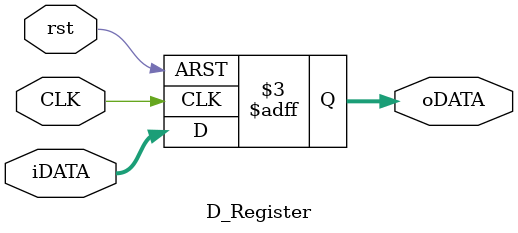
<source format=v>
module D_Register (iDATA,oDATA,rst, CLK);
	parameter size=4;
	input [size-1:0] iDATA;
	input CLK,rst;
	output [size-1:0] oDATA;
	reg [size-1:0]oDATA;
	
	always@(posedge CLK, negedge rst)
	begin
		if (~rst) 
		oDATA <=0;
		else 
		oDATA <= iDATA;
	end
endmodule

</source>
